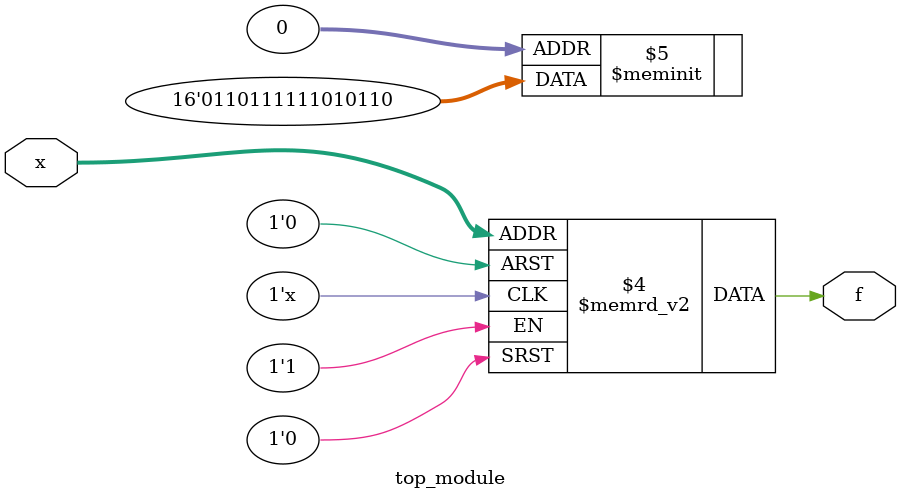
<source format=sv>
module top_module (
    input [4:1] x,
    output logic f
);

always_comb begin
    case (x)
        4'b0000, 4'b0011, 4'b1100, 4'b1111: f = 1'b0;
        4'b0101: f = 1'b0;
        4'b0110, 4'b1001: f = 1'b1;
        4'b1010, 4'b1011: f = 1'b1;
        default: f = 1'b1; // Corrected the default case to output 1 instead of 0
    endcase
end

endmodule

</source>
